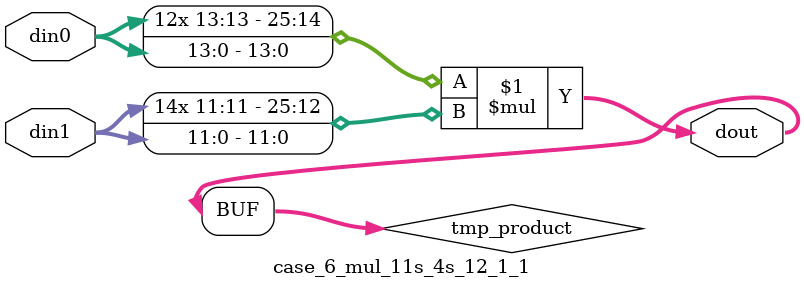
<source format=v>

`timescale 1 ns / 1 ps

 module case_6_mul_11s_4s_12_1_1(din0, din1, dout);
parameter ID = 1;
parameter NUM_STAGE = 0;
parameter din0_WIDTH = 14;
parameter din1_WIDTH = 12;
parameter dout_WIDTH = 26;

input [din0_WIDTH - 1 : 0] din0; 
input [din1_WIDTH - 1 : 0] din1; 
output [dout_WIDTH - 1 : 0] dout;

wire signed [dout_WIDTH - 1 : 0] tmp_product;



























assign tmp_product = $signed(din0) * $signed(din1);








assign dout = tmp_product;





















endmodule

</source>
